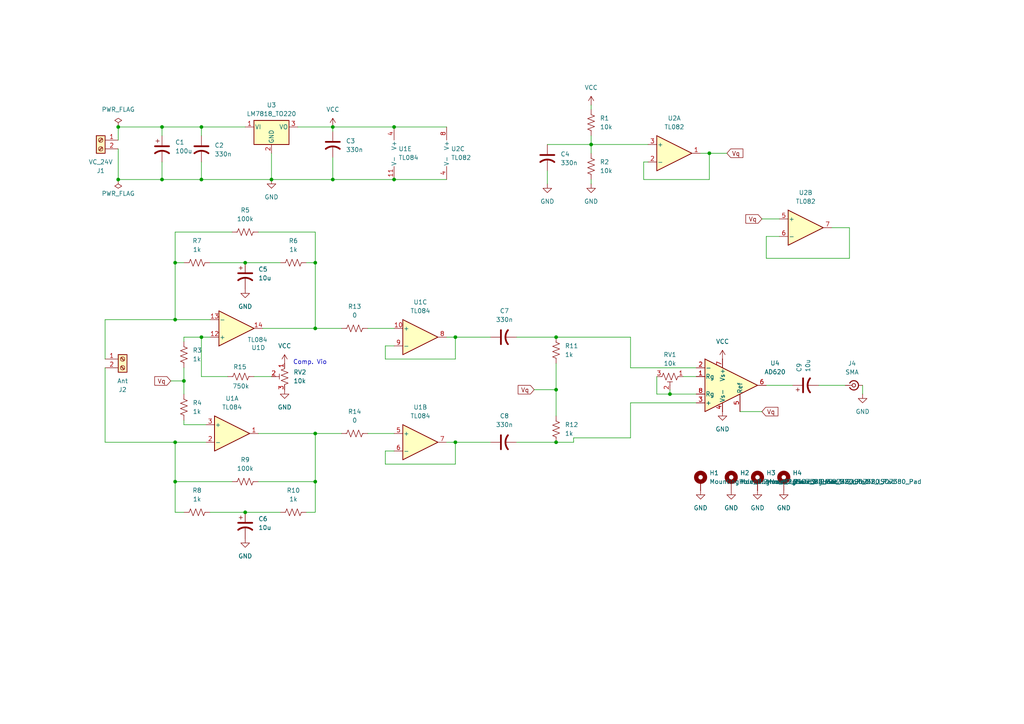
<source format=kicad_sch>
(kicad_sch (version 20250114) (generator "eeschema") (generator_version "9.0")
  (paper "A4")
  (lib_symbols
    (symbol "Amplifier_Instrumentation:AD620" (pin_names (offset 0.127))
      (property "Reference" "U" (at 3.81 7.62 0))
      (property "Value" "AD620" (at 5.08 5.08 0))
      (symbol "AD620_0_1"
        (polyline (pts (xy -7.62 7.62) (xy -7.62 -7.62) (xy 7.62 0) (xy -7.62 7.62)) (stroke (width 0.254)) (fill (type background)))
      )
      (symbol "AD620_1_1"
        (pin input line (at -10.16 5.08 0) (length 2.54) (name "-") (number "2"))
        (pin passive line (at -10.16 2.54 0) (length 2.54) (name "Rg") (number "1"))
        (pin passive line (at -10.16 -2.54 0) (length 2.54) (name "Rg") (number "8"))
        (pin input line (at -10.16 -5.08 0) (length 2.54) (name "+") (number "3"))
        (pin power_in line (at -2.54 7.62 270) (length 2.54) (name "Vs+") (number "7"))
        (pin power_in line (at -2.54 -7.62 90) (length 2.54) (name "Vs-") (number "4"))
        (pin passive line (at 2.54 -7.62 90) (length 5.08) (name "Ref") (number "5"))
        (pin output line (at 10.16 0 180) (length 2.54) (name "~") (number "6"))
      )
    )
    (symbol "Amplifier_Operational:TL082" (pin_names (offset 0.127))
      (property "Reference" "U" (at 0 5.08 0))
      (property "Value" "TL082" (at 0 -5.08 0))
      (symbol "TL082_1_1"
        (polyline (pts (xy -5.08 5.08) (xy 5.08 0) (xy -5.08 -5.08) (xy -5.08 5.08)) (stroke (width 0.254)) (fill (type background)))
        (pin input line (at -7.62 2.54 0) (length 2.54) (name "+") (number "3"))
        (pin input line (at -7.62 -2.54 0) (length 2.54) (name "-") (number "2"))
        (pin output line (at 7.62 0 180) (length 2.54) (name "~") (number "1"))
      )
      (symbol "TL082_2_1"
        (polyline (pts (xy -5.08 5.08) (xy 5.08 0) (xy -5.08 -5.08) (xy -5.08 5.08)) (stroke (width 0.254)) (fill (type background)))
        (pin input line (at -7.62 2.54 0) (length 2.54) (name "+") (number "5"))
        (pin input line (at -7.62 -2.54 0) (length 2.54) (name "-") (number "6"))
        (pin output line (at 7.62 0 180) (length 2.54) (name "~") (number "7"))
      )
      (symbol "TL082_3_1"
        (pin power_in line (at -2.54 7.62 270) (length 3.81) (name "V+") (number "8"))
        (pin power_in line (at -2.54 -7.62 90) (length 3.81) (name "V-") (number "4"))
      )
    )
    (symbol "Amplifier_Operational:TL084" (pin_names (offset 0.127))
      (property "Reference" "U" (at 0 5.08 0))
      (property "Value" "TL084" (at 0 -5.08 0))
      (symbol "TL084_1_1"
        (polyline (pts (xy -5.08 5.08) (xy 5.08 0) (xy -5.08 -5.08) (xy -5.08 5.08)) (stroke (width 0.254)) (fill (type background)))
        (pin input line (at -7.62 2.54 0) (length 2.54) (name "+") (number "3"))
        (pin input line (at -7.62 -2.54 0) (length 2.54) (name "-") (number "2"))
        (pin output line (at 7.62 0 180) (length 2.54) (name "~") (number "1"))
      )
      (symbol "TL084_2_1"
        (polyline (pts (xy -5.08 5.08) (xy 5.08 0) (xy -5.08 -5.08) (xy -5.08 5.08)) (stroke (width 0.254)) (fill (type background)))
        (pin input line (at -7.62 2.54 0) (length 2.54) (name "+") (number "5"))
        (pin input line (at -7.62 -2.54 0) (length 2.54) (name "-") (number "6"))
        (pin output line (at 7.62 0 180) (length 2.54) (name "~") (number "7"))
      )
      (symbol "TL084_3_1"
        (polyline (pts (xy -5.08 5.08) (xy 5.08 0) (xy -5.08 -5.08) (xy -5.08 5.08)) (stroke (width 0.254)) (fill (type background)))
        (pin input line (at -7.62 2.54 0) (length 2.54) (name "+") (number "10"))
        (pin input line (at -7.62 -2.54 0) (length 2.54) (name "-") (number "9"))
        (pin output line (at 7.62 0 180) (length 2.54) (name "~") (number "8"))
      )
      (symbol "TL084_4_1"
        (polyline (pts (xy -5.08 5.08) (xy 5.08 0) (xy -5.08 -5.08) (xy -5.08 5.08)) (stroke (width 0.254)) (fill (type background)))
        (pin input line (at -7.62 2.54 0) (length 2.54) (name "+") (number "12"))
        (pin input line (at -7.62 -2.54 0) (length 2.54) (name "-") (number "13"))
        (pin output line (at 7.62 0 180) (length 2.54) (name "~") (number "14"))
      )
      (symbol "TL084_5_1"
        (pin power_in line (at -2.54 7.62 270) (length 3.81) (name "V+") (number "4"))
        (pin power_in line (at -2.54 -7.62 90) (length 3.81) (name "V-") (number "11"))
      )
    )
    (symbol "Connector:Conn_Coaxial_Small" (pin_numbers (hide yes)) (pin_names (offset 1.016) (hide yes))
      (property "Reference" "J" (at 0.254 3.048 0))
      (property "Value" "Conn_Coaxial_Small" (at 0 -3.81 0))
      (symbol "Conn_Coaxial_Small_0_1"
        (polyline (pts (xy -2.54 0) (xy -0.508 0)))
        (circle (center 0 0) (radius 0.508) (stroke (width 0.2032)))
      )
      (symbol "Conn_Coaxial_Small_1_1"
        (arc (start 1.3484 0.0039) (mid 0.327 -1.308) (end -1.1916 -0.6311) (stroke (width 0.3048)))
        (arc (start -1.1916 0.6311) (mid 0.327 1.3081) (end 1.3484 -0.0039) (stroke (width 0.3048)))
        (pin passive line (at -2.54 0 0) (length 1.27) (name "In") (number "1"))
        (pin passive line (at 2.54 0 180) (length 1.27) (name "Ext") (number "2"))
      )
    )
    (symbol "Connector:Screw_Terminal_01x02" (pin_names (offset 1.016) (hide yes))
      (property "Reference" "J" (at 0 2.54 0))
      (property "Value" "Screw_Terminal_01x02" (at 0 -5.08 0))
      (symbol "Screw_Terminal_01x02_1_1"
        (rectangle (start -1.27 1.27) (end 1.27 -3.81) (stroke (width 0.254)) (fill (type background)))
        (polyline (pts (xy -0.5334 0.3302) (xy 0.3302 -0.508)) (stroke (width 0.1524)))
        (polyline (pts (xy -0.5334 -2.2098) (xy 0.3302 -3.048)) (stroke (width 0.1524)))
        (polyline (pts (xy -0.3556 0.508) (xy 0.508 -0.3302)) (stroke (width 0.1524)))
        (polyline (pts (xy -0.3556 -2.032) (xy 0.508 -2.8702)) (stroke (width 0.1524)))
        (circle (center 0 0) (radius 0.635) (stroke (width 0.1524)))
        (circle (center 0 -2.54) (radius 0.635) (stroke (width 0.1524)))
        (pin passive line (at -5.08 0 0) (length 3.81) (name "Pin_1") (number "1"))
        (pin passive line (at -5.08 -2.54 0) (length 3.81) (name "Pin_2") (number "2"))
      )
    )
    (symbol "Device:C_Polarized_US" (pin_numbers (hide yes)) (pin_names (offset 0.254) (hide yes))
      (property "Reference" "C" (at 0.635 2.54 0))
      (property "Value" "C_Polarized_US" (at 0.635 -2.54 0))
      (symbol "C_Polarized_US_0_1"
        (polyline (pts (xy -2.032 0.762) (xy 2.032 0.762)) (stroke (width 0.508)))
        (polyline (pts (xy -1.778 2.286) (xy -0.762 2.286)))
        (polyline (pts (xy -1.27 1.778) (xy -1.27 2.794)))
        (arc (start -2.032 -1.27) (mid 0 -0.5572) (end 2.032 -1.27) (stroke (width 0.508)))
      )
      (symbol "C_Polarized_US_1_1"
        (pin passive line (at 0 3.81 270) (length 2.794) (name "~") (number "1"))
        (pin passive line (at 0 -3.81 90) (length 3.302) (name "~") (number "2"))
      )
    )
    (symbol "Device:C_US" (pin_numbers (hide yes)) (pin_names (offset 0.254) (hide yes))
      (property "Reference" "C" (at 0.635 2.54 0))
      (property "Value" "C_US" (at 0.635 -2.54 0))
      (symbol "C_US_0_1"
        (polyline (pts (xy -2.032 0.762) (xy 2.032 0.762)) (stroke (width 0.508)))
        (arc (start -2.032 -1.27) (mid 0 -0.5572) (end 2.032 -1.27) (stroke (width 0.508)))
      )
      (symbol "C_US_1_1"
        (pin passive line (at 0 3.81 270) (length 2.794) (name "~") (number "1"))
        (pin passive line (at 0 -3.81 90) (length 3.302) (name "~") (number "2"))
      )
    )
    (symbol "Device:R_Potentiometer_Trim_US" (pin_names (offset 1.016) (hide yes))
      (property "Reference" "RV" (at -4.445 0 90))
      (property "Value" "R_Potentiometer_Trim_US" (at -2.54 0 90))
      (symbol "R_Potentiometer_Trim_US_0_1"
        (polyline (pts (xy 0 2.286) (xy 0 2.54)))
        (polyline (pts (xy 0 2.286) (xy 1.016 1.905) (xy 0 1.524) (xy -1.016 1.143) (xy 0 0.762)))
        (polyline (pts (xy 0 0.762) (xy 1.016 0.381) (xy 0 0) (xy -1.016 -0.381) (xy 0 -0.762)))
        (polyline (pts (xy 0 -0.762) (xy 1.016 -1.143) (xy 0 -1.524) (xy -1.016 -1.905) (xy 0 -2.286)))
        (polyline (pts (xy 0 -2.286) (xy 0 -2.54)))
        (polyline (pts (xy 1.524 0.762) (xy 1.524 -0.762)))
        (polyline (pts (xy 2.54 0) (xy 1.524 0)))
      )
      (symbol "R_Potentiometer_Trim_US_1_1"
        (pin passive line (at 0 3.81 270) (length 1.27) (name "1") (number "1"))
        (pin passive line (at 0 -3.81 90) (length 1.27) (name "3") (number "3"))
        (pin passive line (at 3.81 0 180) (length 1.27) (name "2") (number "2"))
      )
    )
    (symbol "Device:R_US" (pin_numbers (hide yes)) (pin_names (offset 0))
      (property "Reference" "R" (at 2.54 0 90))
      (property "Value" "R_US" (at -2.54 0 90))
      (symbol "R_US_0_1"
        (polyline (pts (xy 0 2.286) (xy 0 2.54)))
        (polyline (pts (xy 0 2.286) (xy 1.016 1.905) (xy 0 1.524) (xy -1.016 1.143) (xy 0 0.762)))
        (polyline (pts (xy 0 0.762) (xy 1.016 0.381) (xy 0 0) (xy -1.016 -0.381) (xy 0 -0.762)))
        (polyline (pts (xy 0 -0.762) (xy 1.016 -1.143) (xy 0 -1.524) (xy -1.016 -1.905) (xy 0 -2.286)))
        (polyline (pts (xy 0 -2.286) (xy 0 -2.54)))
      )
      (symbol "R_US_1_1"
        (pin passive line (at 0 3.81 270) (length 1.27) (name "~") (number "1"))
        (pin passive line (at 0 -3.81 90) (length 1.27) (name "~") (number "2"))
      )
    )
    (symbol "Mechanical:MountingHole_Pad" (pin_numbers (hide yes)) (pin_names (offset 1.016) (hide yes)) (in_bom no)
      (property "Reference" "H" (at 0 6.35 0))
      (property "Value" "MountingHole_Pad" (at 0 4.445 0))
      (symbol "MountingHole_Pad_0_1"
        (circle (center 0 1.27) (radius 1.27) (stroke (width 1.27)))
      )
      (symbol "MountingHole_Pad_1_1"
        (pin input line (at 0 -2.54 90) (length 2.54) (name "1") (number "1"))
      )
    )
    (symbol "Regulator_Linear:LM7818_TO220" (pin_names (offset 0.254))
      (property "Reference" "U" (at -3.81 3.175 0))
      (property "Value" "LM7818_TO220" (at 0 3.175 0))
      (symbol "LM7818_TO220_0_1"
        (rectangle (start -5.08 1.905) (end 5.08 -5.08) (stroke (width 0.254)) (fill (type background)))
      )
      (symbol "LM7818_TO220_1_1"
        (pin power_in line (at -7.62 0 0) (length 2.54) (name "VI") (number "1"))
        (pin power_in line (at 0 -7.62 90) (length 2.54) (name "GND") (number "2"))
        (pin power_out line (at 7.62 0 180) (length 2.54) (name "VO") (number "3"))
      )
    )
    (symbol "power:GND" (power) (pin_numbers (hide yes)) (pin_names (offset 0) (hide yes))
      (property "Value" "GND" (at 0 -3.81 0))
      (symbol "GND_0_1"
        (polyline (pts (xy 0 0) (xy 0 -1.27) (xy 1.27 -1.27) (xy 0 -2.54) (xy -1.27 -1.27) (xy 0 -1.27)))
      )
      (symbol "GND_1_1"
        (pin power_in line (at 0 0 270) (length 0) (name "~") (number "1"))
      )
    )
    (symbol "power:PWR_FLAG" (power) (pin_numbers (hide yes)) (pin_names (offset 0) (hide yes))
      (property "Value" "PWR_FLAG" (at 0 3.81 0))
      (symbol "PWR_FLAG_0_0"
        (pin power_out line (at 0 0 90) (length 0) (name "~") (number "1"))
      )
      (symbol "PWR_FLAG_0_1"
        (polyline (pts (xy 0 0) (xy 0 1.27) (xy -1.016 1.905) (xy 0 2.54) (xy 1.016 1.905) (xy 0 1.27)))
      )
    )
    (symbol "power:VCC" (power) (pin_numbers (hide yes)) (pin_names (offset 0) (hide yes))
      (property "Value" "VCC" (at 0 3.556 0))
      (symbol "VCC_0_1"
        (polyline (pts (xy -0.762 1.27) (xy 0 2.54)))
        (polyline (pts (xy 0 2.54) (xy 0.762 1.27)))
        (polyline (pts (xy 0 0) (xy 0 2.54)))
      )
      (symbol "VCC_1_1"
        (pin power_in line (at 0 0 90) (length 0) (name "~") (number "1"))
      )
    )
  )
  (text "Comp. Vio" (at 89.916 105.156 0) (effects (font (size 1.27 1.27))))
  (junction (at 132.08 97.79))
  (junction (at 114.3 52.07))
  (junction (at 34.29 52.07))
  (junction (at 91.44 139.7))
  (junction (at 50.8 128.27))
  (junction (at 58.42 97.79))
  (junction (at 91.44 125.73))
  (junction (at 34.29 36.83))
  (junction (at 96.52 52.07))
  (junction (at 78.74 52.07))
  (junction (at 161.29 113.03))
  (junction (at 91.44 95.25))
  (junction (at 58.42 36.83))
  (junction (at 71.12 76.2))
  (junction (at 50.8 92.71))
  (junction (at 96.52 36.83))
  (junction (at 205.74 44.45))
  (junction (at 114.3 36.83))
  (junction (at 161.29 128.27))
  (junction (at 161.29 97.79))
  (junction (at 171.45 41.91))
  (junction (at 58.42 52.07))
  (junction (at 53.34 110.49))
  (junction (at 71.12 148.59))
  (junction (at 194.31 114.3))
  (junction (at 46.99 36.83))
  (junction (at 91.44 76.2))
  (junction (at 50.8 76.2))
  (junction (at 132.08 128.27))
  (junction (at 46.99 52.07))
  (junction (at 50.8 139.7))
  (wire (pts (xy 111.76 130.81) (xy 111.76 134.62)))
  (wire (pts (xy 58.42 36.83) (xy 58.42 39.37)))
  (wire (pts (xy 166.37 127) (xy 166.37 128.27)))
  (wire (pts (xy 166.37 128.27) (xy 161.29 128.27)))
  (wire (pts (xy 34.29 36.83) (xy 46.99 36.83)))
  (wire (pts (xy 34.29 52.07) (xy 46.99 52.07)))
  (wire (pts (xy 34.29 40.64) (xy 34.29 36.83)))
  (wire (pts (xy 132.08 128.27) (xy 142.24 128.27)))
  (wire (pts (xy 46.99 36.83) (xy 46.99 39.37)))
  (wire (pts (xy 132.08 97.79) (xy 129.54 97.79)))
  (wire (pts (xy 91.44 125.73) (xy 99.06 125.73)))
  (wire (pts (xy 46.99 36.83) (xy 58.42 36.83)))
  (wire (pts (xy 96.52 36.83) (xy 96.52 38.1)))
  (wire (pts (xy 76.2 95.25) (xy 91.44 95.25)))
  (wire (pts (xy 50.8 67.31) (xy 50.8 76.2)))
  (wire (pts (xy 53.34 97.79) (xy 53.34 99.06)))
  (wire (pts (xy 88.9 148.59) (xy 91.44 148.59)))
  (wire (pts (xy 203.2 44.45) (xy 205.74 44.45)))
  (wire (pts (xy 250.19 111.76) (xy 250.19 114.3)))
  (wire (pts (xy 96.52 52.07) (xy 114.3 52.07)))
  (wire (pts (xy 226.06 68.58) (xy 222.25 68.58)))
  (wire (pts (xy 171.45 39.37) (xy 171.45 41.91)))
  (wire (pts (xy 34.29 43.18) (xy 34.29 52.07)))
  (wire (pts (xy 171.45 53.34) (xy 171.45 52.07)))
  (wire (pts (xy 182.88 97.79) (xy 182.88 106.68)))
  (wire (pts (xy 114.3 36.83) (xy 129.54 36.83)))
  (wire (pts (xy 132.08 134.62) (xy 132.08 128.27)))
  (wire (pts (xy 60.96 148.59) (xy 71.12 148.59)))
  (wire (pts (xy 60.96 97.79) (xy 58.42 97.79)))
  (wire (pts (xy 86.36 36.83) (xy 96.52 36.83)))
  (wire (pts (xy 58.42 36.83) (xy 71.12 36.83)))
  (wire (pts (xy 78.74 52.07) (xy 96.52 52.07)))
  (wire (pts (xy 99.06 95.25) (xy 91.44 95.25)))
  (wire (pts (xy 222.25 74.93) (xy 246.38 74.93)))
  (wire (pts (xy 30.48 128.27) (xy 50.8 128.27)))
  (wire (pts (xy 50.8 148.59) (xy 53.34 148.59)))
  (wire (pts (xy 182.88 116.84) (xy 201.93 116.84)))
  (wire (pts (xy 114.3 100.33) (xy 111.76 100.33)))
  (wire (pts (xy 194.31 113.03) (xy 194.31 114.3)))
  (wire (pts (xy 246.38 74.93) (xy 246.38 66.04)))
  (wire (pts (xy 222.25 111.76) (xy 229.87 111.76)))
  (wire (pts (xy 91.44 139.7) (xy 74.93 139.7)))
  (wire (pts (xy 71.12 148.59) (xy 81.28 148.59)))
  (wire (pts (xy 237.49 111.76) (xy 245.11 111.76)))
  (wire (pts (xy 53.34 123.19) (xy 59.69 123.19)))
  (wire (pts (xy 58.42 52.07) (xy 78.74 52.07)))
  (wire (pts (xy 182.88 97.79) (xy 161.29 97.79)))
  (wire (pts (xy 132.08 104.14) (xy 132.08 97.79)))
  (wire (pts (xy 182.88 106.68) (xy 201.93 106.68)))
  (wire (pts (xy 149.86 128.27) (xy 161.29 128.27)))
  (wire (pts (xy 182.88 116.84) (xy 182.88 127)))
  (wire (pts (xy 58.42 46.99) (xy 58.42 52.07)))
  (wire (pts (xy 129.54 128.27) (xy 132.08 128.27)))
  (wire (pts (xy 201.93 109.22) (xy 198.12 109.22)))
  (wire (pts (xy 186.69 52.07) (xy 205.74 52.07)))
  (wire (pts (xy 49.53 110.49) (xy 53.34 110.49)))
  (wire (pts (xy 182.88 127) (xy 166.37 127)))
  (wire (pts (xy 46.99 46.99) (xy 46.99 52.07)))
  (wire (pts (xy 194.31 114.3) (xy 201.93 114.3)))
  (wire (pts (xy 161.29 113.03) (xy 161.29 120.65)))
  (wire (pts (xy 50.8 92.71) (xy 30.48 92.71)))
  (wire (pts (xy 91.44 67.31) (xy 91.44 76.2)))
  (wire (pts (xy 53.34 121.92) (xy 53.34 123.19)))
  (wire (pts (xy 50.8 92.71) (xy 60.96 92.71)))
  (wire (pts (xy 186.69 46.99) (xy 186.69 52.07)))
  (wire (pts (xy 111.76 134.62) (xy 132.08 134.62)))
  (wire (pts (xy 67.31 139.7) (xy 50.8 139.7)))
  (wire (pts (xy 171.45 41.91) (xy 187.96 41.91)))
  (wire (pts (xy 78.74 44.45) (xy 78.74 52.07)))
  (wire (pts (xy 214.63 119.38) (xy 220.98 119.38)))
  (wire (pts (xy 74.93 125.73) (xy 91.44 125.73)))
  (wire (pts (xy 158.75 53.34) (xy 158.75 49.53)))
  (wire (pts (xy 30.48 92.71) (xy 30.48 104.14)))
  (wire (pts (xy 187.96 46.99) (xy 186.69 46.99)))
  (wire (pts (xy 171.45 31.75) (xy 171.45 30.48)))
  (wire (pts (xy 91.44 125.73) (xy 91.44 139.7)))
  (wire (pts (xy 106.68 125.73) (xy 114.3 125.73)))
  (wire (pts (xy 149.86 97.79) (xy 161.29 97.79)))
  (wire (pts (xy 50.8 128.27) (xy 59.69 128.27)))
  (wire (pts (xy 91.44 67.31) (xy 74.93 67.31)))
  (wire (pts (xy 96.52 36.83) (xy 114.3 36.83)))
  (wire (pts (xy 222.25 68.58) (xy 222.25 74.93)))
  (wire (pts (xy 171.45 41.91) (xy 171.45 44.45)))
  (wire (pts (xy 50.8 139.7) (xy 50.8 128.27)))
  (wire (pts (xy 111.76 104.14) (xy 132.08 104.14)))
  (wire (pts (xy 46.99 52.07) (xy 58.42 52.07)))
  (wire (pts (xy 50.8 76.2) (xy 53.34 76.2)))
  (wire (pts (xy 71.12 76.2) (xy 81.28 76.2)))
  (wire (pts (xy 58.42 97.79) (xy 53.34 97.79)))
  (wire (pts (xy 132.08 97.79) (xy 142.24 97.79)))
  (wire (pts (xy 190.5 109.22) (xy 190.5 114.3)))
  (wire (pts (xy 73.66 109.22) (xy 78.74 109.22)))
  (wire (pts (xy 114.3 130.81) (xy 111.76 130.81)))
  (wire (pts (xy 158.75 41.91) (xy 171.45 41.91)))
  (wire (pts (xy 53.34 110.49) (xy 53.34 114.3)))
  (wire (pts (xy 91.44 76.2) (xy 91.44 95.25)))
  (wire (pts (xy 161.29 105.41) (xy 161.29 113.03)))
  (wire (pts (xy 88.9 76.2) (xy 91.44 76.2)))
  (wire (pts (xy 91.44 139.7) (xy 91.44 148.59)))
  (wire (pts (xy 58.42 109.22) (xy 66.04 109.22)))
  (wire (pts (xy 96.52 45.72) (xy 96.52 52.07)))
  (wire (pts (xy 246.38 66.04) (xy 241.3 66.04)))
  (wire (pts (xy 114.3 52.07) (xy 129.54 52.07)))
  (wire (pts (xy 205.74 44.45) (xy 210.82 44.45)))
  (wire (pts (xy 60.96 76.2) (xy 71.12 76.2)))
  (wire (pts (xy 50.8 76.2) (xy 50.8 92.71)))
  (wire (pts (xy 53.34 106.68) (xy 53.34 110.49)))
  (wire (pts (xy 190.5 114.3) (xy 194.31 114.3)))
  (wire (pts (xy 67.31 67.31) (xy 50.8 67.31)))
  (wire (pts (xy 114.3 95.25) (xy 106.68 95.25)))
  (wire (pts (xy 205.74 52.07) (xy 205.74 44.45)))
  (wire (pts (xy 58.42 97.79) (xy 58.42 109.22)))
  (wire (pts (xy 30.48 106.68) (xy 30.48 128.27)))
  (wire (pts (xy 111.76 100.33) (xy 111.76 104.14)))
  (wire (pts (xy 154.94 113.03) (xy 161.29 113.03)))
  (wire (pts (xy 50.8 139.7) (xy 50.8 148.59)))
  (wire (pts (xy 220.98 63.5) (xy 226.06 63.5)))
  (global_label "Vq" (shape input) (at 220.98 119.38 0) (property "Intersheetrefs" "${INTERSHEET_REFS}" (effects (hide yes))))
  (global_label "Vq" (shape input) (at 210.82 44.45 0) (property "Intersheetrefs" "${INTERSHEET_REFS}" (effects (hide yes))))
  (global_label "Vq" (shape input) (at 220.98 63.5 180) (property "Intersheetrefs" "${INTERSHEET_REFS}" (effects (hide yes))))
  (global_label "Vq" (shape input) (at 49.53 110.49 180) (property "Intersheetrefs" "${INTERSHEET_REFS}" (effects (hide yes))))
  (global_label "Vq" (shape input) (at 154.94 113.03 180) (property "Intersheetrefs" "${INTERSHEET_REFS}" (effects (hide yes))))
  (symbol (lib_id "power:GND") (at 250.19 114.3 0) (unit 1)
    (property "Reference" "#PWR010" (effects (hide yes)))
    (property "Value" "GND" (at 250.19 119.38 0))
    (property "Description" "Power symbol creates a global label with name \"GND\" , ground" (effects (hide yes)))
  )
  (symbol (lib_id "Device:R_US") (at 171.45 48.26 0) (unit 1)
    (property "Reference" "R2" (at 173.99 46.9899 0) (effects (justify left)))
    (property "Value" "10k" (at 173.99 49.5299 0) (effects (justify left)))
    (property "Footprint" "huellas_proyecto:R_Axial_DIN0207_L6.3mm_D2.5mm_P10.16mm_Horizontal-pad2mm" (effects (hide yes)))
    (property "Description" "Resistor, US symbol" (effects (hide yes)))
  )
  (symbol (lib_id "power:GND") (at 171.45 53.34 0) (unit 1)
    (property "Reference" "#PWR04" (effects (hide yes)))
    (property "Value" "GND" (at 171.45 58.42 0))
    (property "Description" "Power symbol creates a global label with name \"GND\" , ground" (effects (hide yes)))
  )
  (symbol (lib_id "Device:R_Potentiometer_Trim_US") (at 82.55 109.22 0) (mirror y) (unit 1)
    (property "Reference" "RV2" (at 85.09 107.9499 0) (effects (justify right)))
    (property "Value" "10k" (at 85.09 110.4899 0) (effects (justify right)))
    (property "Footprint" "huellas_proyecto:Potentiometer_Bourns_3296W_Vertical-pad2mm" (effects (hide yes)))
    (property "Description" "Trim-potentiometer, US symbol" (effects (hide yes)))
  )
  (symbol (lib_id "Mechanical:MountingHole_Pad") (at 227.33 139.7 0) (unit 1) (in_bom no)
    (property "Reference" "H4" (at 229.87 137.1599 0) (effects (justify left)))
    (property "Value" "MountingHole_2.2mm_M2_ISO7380_Pad" (at 229.87 139.6999 0) (effects (justify left)))
    (property "Footprint" "MountingHole:MountingHole_2.2mm_M2_ISO7380_Pad" (effects (hide yes)))
  )
  (symbol (lib_id "Device:R_US") (at 53.34 118.11 0) (unit 1)
    (property "Reference" "R4" (at 55.88 116.8399 0) (effects (justify left)))
    (property "Value" "1k" (at 55.88 119.3799 0) (effects (justify left)))
    (property "Footprint" "huellas_proyecto:R_Axial_DIN0207_L6.3mm_D2.5mm_P15.24mm_Horizontal-pad2mm" (effects (hide yes)))
  )
  (symbol (lib_id "power:GND") (at 219.71 142.24 0) (unit 1)
    (property "Reference" "#PWR013" (effects (hide yes)))
    (property "Value" "GND" (at 219.71 147.32 0))
    (property "Description" "Power symbol creates a global label with name \"GND\" , ground" (effects (hide yes)))
  )
  (symbol (lib_id "Mechanical:MountingHole_Pad") (at 203.2 139.7 0) (unit 1) (in_bom no)
    (property "Reference" "H1" (at 205.74 137.1599 0) (effects (justify left)))
    (property "Value" "MountingHole_2.2mm_M2_ISO7380_Pad" (at 205.74 139.6999 0) (effects (justify left)))
    (property "Footprint" "MountingHole:MountingHole_2.2mm_M2_ISO7380_Pad" (effects (hide yes)))
  )
  (symbol (lib_id "power:GND") (at 212.09 142.24 0) (unit 1)
    (property "Reference" "#PWR012" (effects (hide yes)))
    (property "Value" "GND" (at 212.09 147.32 0))
    (property "Description" "Power symbol creates a global label with name \"GND\" , ground" (effects (hide yes)))
  )
  (symbol (lib_id "power:VCC") (at 82.55 105.41 0) (unit 1)
    (property "Reference" "#PWR015" (effects (hide yes)))
    (property "Value" "VCC" (at 82.55 100.33 0))
    (property "Description" "Power symbol creates a global label with name \"VCC\"" (effects (hide yes)))
  )
  (symbol (lib_id "Device:C_US") (at 96.52 41.91 0) (unit 1)
    (property "Reference" "C3" (at 100.33 40.8939 0) (effects (justify left)))
    (property "Value" "330n" (at 100.33 43.4339 0) (effects (justify left)))
    (property "Footprint" "huellas_proyecto:C_Disc_D5.1mm_W3.2mm_P5.00mm-pad2mm" (effects (hide yes)))
    (property "Description" "capacitor, US symbol" (effects (hide yes)))
  )
  (symbol (lib_id "Amplifier_Operational:TL084") (at 68.58 95.25 0) (mirror x) (unit 4)
    (property "Reference" "U1" (at 74.93 100.838 0))
    (property "Value" "TL084" (at 74.676 98.552 0))
    (property "Footprint" "huellas_proyecto:DIP-14_W7.62mm_LongPads-2mm" (effects (hide yes)))
    (property "Datasheet" "http://www.ti.com/lit/ds/symlink/tl081.pdf" (effects (hide yes)))
    (property "Description" "Quad JFET-Input Operational Amplifiers, DIP-14/SOIC-14/SSOP-14" (effects (hide yes)))
  )
  (symbol (lib_id "power:VCC") (at 209.55 104.14 0) (unit 1)
    (property "Reference" "#PWR09" (effects (hide yes)))
    (property "Value" "VCC" (at 209.55 99.06 0))
    (property "Description" "Power symbol creates a global label with name \"VCC\"" (effects (hide yes)))
  )
  (symbol (lib_id "Mechanical:MountingHole_Pad") (at 212.09 139.7 0) (unit 1) (in_bom no)
    (property "Reference" "H2" (at 214.63 137.1599 0) (effects (justify left)))
    (property "Value" "MountingHole_2.2mm_M2_ISO7380_Pad" (at 214.63 139.6999 0) (effects (justify left)))
    (property "Footprint" "MountingHole:MountingHole_2.2mm_M2_ISO7380_Pad" (effects (hide yes)))
  )
  (symbol (lib_id "Device:R_US") (at 85.09 76.2 90) (unit 1)
    (property "Reference" "R6" (at 85.09 69.85 90))
    (property "Value" "1k" (at 85.09 72.39 90))
    (property "Footprint" "huellas_proyecto:R_Axial_DIN0207_L6.3mm_D2.5mm_P10.16mm_Horizontal-pad2mm" (effects (hide yes)))
    (property "Description" "Resistor, US symbol" (effects (hide yes)))
  )
  (symbol (lib_id "Connector:Screw_Terminal_01x02") (at 29.21 40.64 0) (mirror y) (unit 1)
    (property "Reference" "J1" (at 29.21 49.53 0))
    (property "Value" "VC_24V" (at 29.21 46.99 0))
    (property "Footprint" "TerminalBlock_MetzConnect:TerminalBlock_MetzConnect_Type011_RT05502HBLC_1x02_P5.00mm_Horizontal" (effects (hide yes)))
    (property "Description" "Generic screw terminal, single row, 01x02, script generated (kicad-library-utils/schlib/autogen/connector/)" (effects (hide yes)))
  )
  (symbol (lib_id "Amplifier_Instrumentation:AD620") (at 212.09 111.76 0) (unit 1)
    (property "Reference" "U4" (at 224.79 105.3398 0))
    (property "Value" "AD620" (at 224.79 107.8798 0))
    (property "Footprint" "huellas_proyecto:DIP-8_W7.62mm_LongPads-pad2mm" (effects (hide yes)))
    (property "Datasheet" "https://www.analog.com/media/en/technical-documentation/data-sheets/AD620.pdf" (effects (hide yes)))
    (property "Description" "Low Cost, Low Power, Instrumentation Amplifier, DIP-8/SOIC-8" (effects (hide yes)))
  )
  (symbol (lib_id "power:GND") (at 71.12 156.21 0) (unit 1)
    (property "Reference" "#PWR07" (effects (hide yes)))
    (property "Value" "GND" (at 71.12 161.29 0))
    (property "Description" "Power symbol creates a global label with name \"GND\" , ground" (effects (hide yes)))
  )
  (symbol (lib_id "Device:R_Potentiometer_Trim_US") (at 194.31 109.22 270) (unit 1)
    (property "Reference" "RV1" (at 194.31 102.87 90))
    (property "Value" "10k" (at 194.31 105.41 90))
    (property "Footprint" "huellas_proyecto:Potentiometer_Bourns_3296W_Vertical-pad2mm" (effects (hide yes)))
    (property "Description" "Trim-potentiometer, US symbol" (effects (hide yes)))
  )
  (symbol (lib_id "Device:C_US") (at 58.42 43.18 0) (unit 1)
    (property "Reference" "C2" (at 62.23 42.1639 0) (effects (justify left)))
    (property "Value" "330n" (at 62.23 44.7039 0) (effects (justify left)))
    (property "Footprint" "huellas_proyecto:C_Disc_D5.1mm_W3.2mm_P5.00mm-pad2mm" (effects (hide yes)))
    (property "Description" "capacitor, US symbol" (effects (hide yes)))
  )
  (symbol (lib_id "power:GND") (at 78.74 52.07 0) (unit 1)
    (property "Reference" "#PWR01" (effects (hide yes)))
    (property "Value" "GND" (at 78.74 57.15 0))
    (property "Description" "Power symbol creates a global label with name \"GND\" , ground" (effects (hide yes)))
  )
  (symbol (lib_id "Device:C_Polarized_US") (at 233.68 111.76 90) (unit 1)
    (property "Reference" "C9" (at 231.7749 107.95 0) (effects (justify left)))
    (property "Value" "10u" (at 234.3149 107.95 0) (effects (justify left)))
    (property "Footprint" "huellas_proyecto:CP_Radial_D10.0mm_P5.00mm-pad2mm2" (effects (hide yes)))
    (property "Description" "Polarized capacitor, US symbol" (effects (hide yes)))
  )
  (symbol (lib_id "Device:R_US") (at 57.15 76.2 90) (unit 1)
    (property "Reference" "R7" (at 57.15 69.85 90))
    (property "Value" "1k" (at 57.15 72.39 90))
    (property "Footprint" "huellas_proyecto:R_Axial_DIN0207_L6.3mm_D2.5mm_P10.16mm_Horizontal-pad2mm" (effects (hide yes)))
    (property "Description" "Resistor, US symbol" (effects (hide yes)))
  )
  (symbol (lib_id "Amplifier_Operational:TL084") (at 121.92 97.79 0) (unit 3)
    (property "Reference" "U1" (at 121.92 87.63 0))
    (property "Value" "TL084" (at 121.92 90.17 0))
    (property "Footprint" "huellas_proyecto:DIP-14_W7.62mm_LongPads-2mm" (effects (hide yes)))
    (property "Datasheet" "http://www.ti.com/lit/ds/symlink/tl081.pdf" (effects (hide yes)))
    (property "Description" "Quad JFET-Input Operational Amplifiers, DIP-14/SOIC-14/SSOP-14" (effects (hide yes)))
  )
  (symbol (lib_id "Connector:Screw_Terminal_01x02") (at 35.56 104.14 0) (unit 1)
    (property "Reference" "J2" (at 35.56 113.03 0))
    (property "Value" "Ant" (at 35.56 110.49 0))
    (property "Footprint" "TerminalBlock_MetzConnect:TerminalBlock_MetzConnect_Type011_RT05502HBLC_1x02_P5.00mm_Horizontal" (effects (hide yes)))
    (property "Description" "Generic screw terminal, single row, 01x02, script generated (kicad-library-utils/schlib/autogen/connector/)" (effects (hide yes)))
  )
  (symbol (lib_id "Device:C_US") (at 146.05 97.79 90) (unit 1)
    (property "Reference" "C7" (at 146.304 90.17 90))
    (property "Value" "330n" (at 146.304 92.71 90))
    (property "Footprint" "huellas_proyecto:C_Disc_D5.1mm_W3.2mm_P5.00mm-pad2mm" (effects (hide yes)))
    (property "Description" "capacitor, US symbol" (effects (hide yes)))
  )
  (symbol (lib_id "Device:C_Polarized_US") (at 71.12 80.01 0) (unit 1)
    (property "Reference" "C5" (at 74.93 78.1049 0) (effects (justify left)))
    (property "Value" "10u" (at 74.93 80.6449 0) (effects (justify left)))
    (property "Footprint" "huellas_proyecto:CP_Radial_D10.0mm_P5.00mm-pad2mm2" (effects (hide yes)))
    (property "Description" "Polarized capacitor, US symbol" (effects (hide yes)))
  )
  (symbol (lib_id "Device:R_US") (at 161.29 124.46 0) (unit 1)
    (property "Reference" "R12" (at 163.83 123.1899 0) (effects (justify left)))
    (property "Value" "1k" (at 163.83 125.7299 0) (effects (justify left)))
    (property "Footprint" "huellas_proyecto:R_Axial_DIN0207_L6.3mm_D2.5mm_P10.16mm_Horizontal-pad2mm" (effects (hide yes)))
    (property "Description" "Resistor, US symbol" (effects (hide yes)))
  )
  (symbol (lib_id "Device:R_US") (at 53.34 102.87 0) (unit 1)
    (property "Reference" "R3" (at 55.88 101.5999 0) (effects (justify left)))
    (property "Value" "1k" (at 55.88 104.1399 0) (effects (justify left)))
    (property "Footprint" "huellas_proyecto:R_Axial_DIN0207_L6.3mm_D2.5mm_P15.24mm_Horizontal-pad2mm" (effects (hide yes)))
  )
  (symbol (lib_id "Device:R_US") (at 57.15 148.59 90) (unit 1)
    (property "Reference" "R8" (at 57.15 142.24 90))
    (property "Value" "1k" (at 57.15 144.78 90))
    (property "Footprint" "huellas_proyecto:R_Axial_DIN0207_L6.3mm_D2.5mm_P10.16mm_Horizontal-pad2mm" (effects (hide yes)))
    (property "Description" "Resistor, US symbol" (effects (hide yes)))
  )
  (symbol (lib_id "power:PWR_FLAG") (at 34.29 36.83 0) (unit 1)
    (property "Reference" "#FLG01" (effects (hide yes)))
    (property "Value" "PWR_FLAG" (at 34.29 31.75 0))
    (property "Description" "Special symbol for telling ERC where power comes from" (effects (hide yes)))
  )
  (symbol (lib_id "power:GND") (at 203.2 142.24 0) (unit 1)
    (property "Reference" "#PWR011" (effects (hide yes)))
    (property "Value" "GND" (at 203.2 147.32 0))
    (property "Description" "Power symbol creates a global label with name \"GND\" , ground" (effects (hide yes)))
  )
  (symbol (lib_id "Device:C_US") (at 158.75 45.72 0) (unit 1)
    (property "Reference" "C4" (at 162.56 44.7039 0) (effects (justify left)))
    (property "Value" "330n" (at 162.56 47.2439 0) (effects (justify left)))
    (property "Footprint" "huellas_proyecto:C_Disc_D5.1mm_W3.2mm_P5.00mm-pad2mm" (effects (hide yes)))
    (property "Description" "capacitor, US symbol" (effects (hide yes)))
  )
  (symbol (lib_id "power:GND") (at 227.33 142.24 0) (unit 1)
    (property "Reference" "#PWR014" (effects (hide yes)))
    (property "Value" "GND" (at 227.33 147.32 0))
    (property "Description" "Power symbol creates a global label with name \"GND\" , ground" (effects (hide yes)))
  )
  (symbol (lib_id "power:PWR_FLAG") (at 34.29 52.07 180) (unit 1)
    (property "Reference" "#FLG02" (effects (hide yes)))
    (property "Value" "PWR_FLAG" (at 34.29 56.134 0))
    (property "Description" "Special symbol for telling ERC where power comes from" (effects (hide yes)))
  )
  (symbol (lib_id "Device:C_Polarized_US") (at 46.99 43.18 0) (unit 1)
    (property "Reference" "C1" (at 50.8 41.2749 0) (effects (justify left)))
    (property "Value" "100u" (at 50.8 43.8149 0) (effects (justify left)))
    (property "Footprint" "huellas_proyecto:CP_Radial_D10.0mm_P5.00mm-pad2mm2" (effects (hide yes)))
    (property "Description" "Polarized capacitor, US symbol" (effects (hide yes)))
  )
  (symbol (lib_id "Device:C_US") (at 146.05 128.27 90) (unit 1)
    (property "Reference" "C8" (at 146.304 120.65 90))
    (property "Value" "330n" (at 146.304 123.19 90))
    (property "Footprint" "huellas_proyecto:C_Disc_D5.1mm_W3.2mm_P5.00mm-pad2mm" (effects (hide yes)))
    (property "Description" "capacitor, US symbol" (effects (hide yes)))
  )
  (symbol (lib_id "Amplifier_Operational:TL082") (at 132.08 44.45 0) (unit 3)
    (property "Reference" "U2" (at 130.81 43.1799 0) (effects (justify left)))
    (property "Value" "TL082" (at 130.81 45.7199 0) (effects (justify left)))
    (property "Footprint" "huellas_proyecto:DIP-8_W7.62mm_LongPads-pad2mm" (effects (hide yes)))
    (property "Datasheet" "https://www.analog.com/media/en/technical-documentation/data-sheets/AD620.pdf" (effects (hide yes)))
    (property "Description" "Low Cost, Low Power, Instrumentation Amplifier, DIP-8/SOIC-8" (effects (hide yes)))
  )
  (symbol (lib_id "power:VCC") (at 171.45 30.48 0) (unit 1)
    (property "Reference" "#PWR03" (effects (hide yes)))
    (property "Value" "VCC" (at 171.45 25.4 0))
    (property "Description" "Power symbol creates a global label with name \"VCC\"" (effects (hide yes)))
  )
  (symbol (lib_id "Device:R_US") (at 171.45 35.56 0) (unit 1)
    (property "Reference" "R1" (at 173.99 34.2899 0) (effects (justify left)))
    (property "Value" "10k" (at 173.99 36.8299 0) (effects (justify left)))
    (property "Footprint" "huellas_proyecto:R_Axial_DIN0207_L6.3mm_D2.5mm_P10.16mm_Horizontal-pad2mm" (effects (hide yes)))
    (property "Description" "Resistor, US symbol" (effects (hide yes)))
  )
  (symbol (lib_id "power:VCC") (at 96.52 36.83 0) (unit 1)
    (property "Reference" "#PWR02" (effects (hide yes)))
    (property "Value" "VCC" (at 96.52 31.75 0))
    (property "Description" "Power symbol creates a global label with name \"VCC\"" (effects (hide yes)))
  )
  (symbol (lib_id "Device:R_US") (at 69.85 109.22 90) (unit 1)
    (property "Reference" "R15" (at 69.596 106.426 90))
    (property "Value" "750k" (at 69.85 112.014 90))
    (property "Footprint" "huellas_proyecto:R_Axial_DIN0207_L6.3mm_D2.5mm_P10.16mm_Horizontal-pad2mm" (effects (hide yes)))
    (property "Description" "Resistor, US symbol" (effects (hide yes)))
  )
  (symbol (lib_id "Amplifier_Operational:TL084") (at 116.84 44.45 0) (unit 5)
    (property "Reference" "U1" (at 115.57 43.1799 0) (effects (justify left)))
    (property "Value" "TL084" (at 115.57 45.7199 0) (effects (justify left)))
    (property "Footprint" "huellas_proyecto:DIP-14_W7.62mm_LongPads-2mm" (effects (hide yes)))
    (property "Datasheet" "http://www.ti.com/lit/ds/symlink/tl081.pdf" (effects (hide yes)))
    (property "Description" "Quad JFET-Input Operational Amplifiers, DIP-14/SOIC-14/SSOP-14" (effects (hide yes)))
  )
  (symbol (lib_id "Device:R_US") (at 102.87 125.73 90) (unit 1)
    (property "Reference" "R14" (at 102.87 119.38 90))
    (property "Value" "0" (at 102.87 121.92 90))
    (property "Footprint" "huellas_proyecto:R_Axial_DIN0207_L6.3mm_D2.5mm_P10.16mm_Horizontal-pad2mm" (effects (hide yes)))
    (property "Description" "Resistor, US symbol" (effects (hide yes)))
  )
  (symbol (lib_id "Regulator_Linear:LM7818_TO220") (at 78.74 36.83 0) (unit 1)
    (property "Reference" "U3" (at 78.74 30.48 0))
    (property "Value" "LM7818_TO220" (at 78.74 33.02 0))
    (property "Footprint" "huellas_proyecto:TO-220-3_Vertical-pad2mm" (effects (hide yes)))
    (property "Datasheet" "https://www.onsemi.cn/PowerSolutions/document/MC7800-D.PDF" (effects (hide yes)))
    (property "Description" "Positive 1A 35V Linear Regulator, Fixed Output 18V, TO-220" (effects (hide yes)))
  )
  (symbol (lib_id "Amplifier_Operational:TL084") (at 67.31 125.73 0) (unit 1)
    (property "Reference" "U1" (at 67.31 115.57 0))
    (property "Value" "TL084" (at 67.31 118.11 0))
    (property "Footprint" "huellas_proyecto:DIP-14_W7.62mm_LongPads-2mm" (effects (hide yes)))
    (property "Datasheet" "http://www.ti.com/lit/ds/symlink/tl081.pdf" (effects (hide yes)))
    (property "Description" "Quad JFET-Input Operational Amplifiers, DIP-14/SOIC-14/SSOP-14" (effects (hide yes)))
  )
  (symbol (lib_id "Mechanical:MountingHole_Pad") (at 219.71 139.7 0) (unit 1) (in_bom no)
    (property "Reference" "H3" (at 222.25 137.1599 0) (effects (justify left)))
    (property "Value" "MountingHole_2.2mm_M2_ISO7380_Pad" (at 222.25 139.6999 0) (effects (justify left)))
    (property "Footprint" "MountingHole:MountingHole_2.2mm_M2_ISO7380_Pad" (effects (hide yes)))
  )
  (symbol (lib_id "Amplifier_Operational:TL082") (at 233.68 66.04 0) (unit 2)
    (property "Reference" "U2" (at 233.68 55.88 0))
    (property "Value" "TL082" (at 233.68 58.42 0))
    (property "Footprint" "huellas_proyecto:DIP-8_W7.62mm_LongPads-pad2mm" (effects (hide yes)))
    (property "Datasheet" "https://www.analog.com/media/en/technical-documentation/data-sheets/AD620.pdf" (effects (hide yes)))
    (property "Description" "Low Cost, Low Power, Instrumentation Amplifier, DIP-8/SOIC-8" (effects (hide yes)))
  )
  (symbol (lib_id "Amplifier_Operational:TL082") (at 195.58 44.45 0) (unit 1)
    (property "Reference" "U2" (at 195.58 34.29 0))
    (property "Value" "TL082" (at 195.58 36.83 0))
    (property "Footprint" "huellas_proyecto:DIP-8_W7.62mm_LongPads-pad2mm" (effects (hide yes)))
    (property "Datasheet" "https://www.analog.com/media/en/technical-documentation/data-sheets/AD620.pdf" (effects (hide yes)))
    (property "Description" "Low Cost, Low Power, Instrumentation Amplifier, DIP-8/SOIC-8" (effects (hide yes)))
  )
  (symbol (lib_id "Connector:Conn_Coaxial_Small") (at 247.65 111.76 0) (unit 1)
    (property "Reference" "J4" (at 247.1304 105.41 0))
    (property "Value" "SMA" (at 247.1304 107.95 0))
    (property "Footprint" "Connector_Coaxial:SMA_Samtec_SMA-J-P-H-ST-EM1_EdgeMount" (effects (hide yes)))
    (property "Description" "small coaxial connector (BNC, SMA, SMB, SMC, Cinch/RCA, LEMO, ...)" (effects (hide yes)))
  )
  (symbol (lib_id "power:GND") (at 158.75 53.34 0) (unit 1)
    (property "Reference" "#PWR05" (effects (hide yes)))
    (property "Value" "GND" (at 158.75 58.42 0))
    (property "Description" "Power symbol creates a global label with name \"GND\" , ground" (effects (hide yes)))
  )
  (symbol (lib_id "power:GND") (at 82.55 113.03 0) (unit 1)
    (property "Reference" "#PWR016" (effects (hide yes)))
    (property "Value" "GND" (at 82.55 118.11 0))
    (property "Description" "Power symbol creates a global label with name \"GND\" , ground" (effects (hide yes)))
  )
  (symbol (lib_id "Device:R_US") (at 102.87 95.25 90) (unit 1)
    (property "Reference" "R13" (at 102.87 88.9 90))
    (property "Value" "0" (at 102.87 91.44 90))
    (property "Footprint" "huellas_proyecto:R_Axial_DIN0207_L6.3mm_D2.5mm_P10.16mm_Horizontal-pad2mm" (effects (hide yes)))
    (property "Description" "Resistor, US symbol" (effects (hide yes)))
  )
  (symbol (lib_id "Device:R_US") (at 85.09 148.59 90) (unit 1)
    (property "Reference" "R10" (at 85.09 142.24 90))
    (property "Value" "1k" (at 85.09 144.78 90))
    (property "Footprint" "huellas_proyecto:R_Axial_DIN0207_L6.3mm_D2.5mm_P10.16mm_Horizontal-pad2mm" (effects (hide yes)))
    (property "Description" "Resistor, US symbol" (effects (hide yes)))
  )
  (symbol (lib_id "Device:C_Polarized_US") (at 71.12 152.4 0) (unit 1)
    (property "Reference" "C6" (at 74.93 150.4949 0) (effects (justify left)))
    (property "Value" "10u" (at 74.93 153.0349 0) (effects (justify left)))
    (property "Footprint" "huellas_proyecto:CP_Radial_D10.0mm_P5.00mm-pad2mm2" (effects (hide yes)))
    (property "Description" "Polarized capacitor, US symbol" (effects (hide yes)))
  )
  (symbol (lib_id "power:GND") (at 71.12 83.82 0) (unit 1)
    (property "Reference" "#PWR06" (effects (hide yes)))
    (property "Value" "GND" (at 71.12 88.9 0))
    (property "Description" "Power symbol creates a global label with name \"GND\" , ground" (effects (hide yes)))
  )
  (symbol (lib_id "Device:R_US") (at 71.12 67.31 90) (unit 1)
    (property "Reference" "R5" (at 71.12 60.96 90))
    (property "Value" "100k" (at 71.12 63.5 90))
    (property "Footprint" "huellas_proyecto:R_Axial_DIN0207_L6.3mm_D2.5mm_P10.16mm_Horizontal-pad2mm" (effects (hide yes)))
    (property "Description" "Resistor, US symbol" (effects (hide yes)))
  )
  (symbol (lib_id "Amplifier_Operational:TL084") (at 121.92 128.27 0) (unit 2)
    (property "Reference" "U1" (at 121.92 118.11 0))
    (property "Value" "TL084" (at 121.92 120.65 0))
    (property "Footprint" "huellas_proyecto:DIP-14_W7.62mm_LongPads-2mm" (effects (hide yes)))
    (property "Datasheet" "http://www.ti.com/lit/ds/symlink/tl081.pdf" (effects (hide yes)))
    (property "Description" "Quad JFET-Input Operational Amplifiers, DIP-14/SOIC-14/SSOP-14" (effects (hide yes)))
  )
  (symbol (lib_id "Device:R_US") (at 161.29 101.6 0) (unit 1)
    (property "Reference" "R11" (at 163.83 100.3299 0) (effects (justify left)))
    (property "Value" "1k" (at 163.83 102.8699 0) (effects (justify left)))
    (property "Footprint" "huellas_proyecto:R_Axial_DIN0207_L6.3mm_D2.5mm_P10.16mm_Horizontal-pad2mm" (effects (hide yes)))
    (property "Description" "Resistor, US symbol" (effects (hide yes)))
  )
  (symbol (lib_id "Device:R_US") (at 71.12 139.7 90) (unit 1)
    (property "Reference" "R9" (at 71.12 133.35 90))
    (property "Value" "100k" (at 71.12 135.89 90))
    (property "Footprint" "huellas_proyecto:R_Axial_DIN0207_L6.3mm_D2.5mm_P10.16mm_Horizontal-pad2mm" (effects (hide yes)))
    (property "Description" "Resistor, US symbol" (effects (hide yes)))
  )
  (symbol (lib_id "power:GND") (at 209.55 119.38 0) (unit 1)
    (property "Reference" "#PWR08" (effects (hide yes)))
    (property "Value" "GND" (at 209.55 124.46 0))
    (property "Description" "Power symbol creates a global label with name \"GND\" , ground" (effects (hide yes)))
  )
)
</source>
